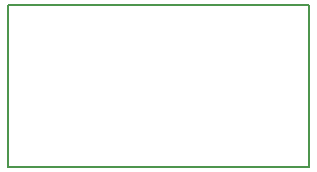
<source format=gm1>
G04 #@! TF.FileFunction,Profile,NP*
%FSLAX46Y46*%
G04 Gerber Fmt 4.6, Leading zero omitted, Abs format (unit mm)*
G04 Created by KiCad (PCBNEW (2016-09-14 revision 83ed3c9)-makepkg) date 09/24/16 16:23:25*
%MOMM*%
%LPD*%
G01*
G04 APERTURE LIST*
%ADD10C,0.100000*%
%ADD11C,0.150000*%
G04 APERTURE END LIST*
D10*
D11*
X100520500Y-83629500D02*
X100520500Y-69913500D01*
X125984000Y-83629500D02*
X125984000Y-69913500D01*
X100520500Y-83629500D02*
X125984000Y-83629500D01*
X125984000Y-69913500D02*
X100520500Y-69913500D01*
M02*

</source>
